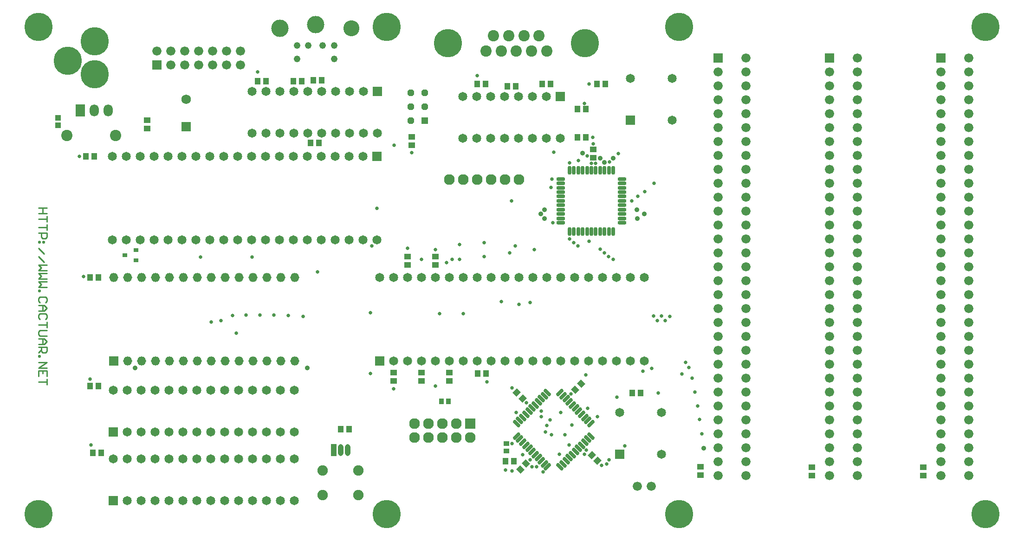
<source format=gts>
G04 Layer_Color=20142*
%FSAX23Y23*%
%MOIN*%
G70*
G01*
G75*
%ADD25C,0.010*%
%ADD63C,0.036*%
%ADD64R,0.041X0.045*%
%ADD65R,0.049X0.041*%
%ADD66O,0.028X0.063*%
%ADD67O,0.063X0.028*%
G04:AMPARAMS|DCode=68|XSize=28mil|YSize=63mil|CornerRadius=0mil|HoleSize=0mil|Usage=FLASHONLY|Rotation=225.000|XOffset=0mil|YOffset=0mil|HoleType=Round|Shape=Round|*
%AMOVALD68*
21,1,0.035,0.028,0.000,0.000,315.0*
1,1,0.028,-0.013,0.013*
1,1,0.028,0.013,-0.013*
%
%ADD68OVALD68*%

G04:AMPARAMS|DCode=69|XSize=28mil|YSize=63mil|CornerRadius=0mil|HoleSize=0mil|Usage=FLASHONLY|Rotation=315.000|XOffset=0mil|YOffset=0mil|HoleType=Round|Shape=Round|*
%AMOVALD69*
21,1,0.035,0.028,0.000,0.000,45.0*
1,1,0.028,-0.013,-0.013*
1,1,0.028,0.013,0.013*
%
%ADD69OVALD69*%

%ADD70R,0.045X0.041*%
G04:AMPARAMS|DCode=71|XSize=45mil|YSize=41mil|CornerRadius=0mil|HoleSize=0mil|Usage=FLASHONLY|Rotation=315.000|XOffset=0mil|YOffset=0mil|HoleType=Round|Shape=Rectangle|*
%AMROTATEDRECTD71*
4,1,4,-0.031,0.002,-0.002,0.031,0.031,-0.002,0.002,-0.031,-0.031,0.002,0.0*
%
%ADD71ROTATEDRECTD71*%

G04:AMPARAMS|DCode=72|XSize=45mil|YSize=41mil|CornerRadius=0mil|HoleSize=0mil|Usage=FLASHONLY|Rotation=45.000|XOffset=0mil|YOffset=0mil|HoleType=Round|Shape=Rectangle|*
%AMROTATEDRECTD72*
4,1,4,-0.002,-0.031,-0.031,-0.002,0.002,0.031,0.031,0.002,-0.002,-0.031,0.0*
%
%ADD72ROTATEDRECTD72*%

%ADD73R,0.041X0.049*%
%ADD74R,0.041X0.039*%
%ADD75R,0.043X0.037*%
%ADD76R,0.037X0.043*%
%ADD77R,0.034X0.030*%
%ADD78C,0.077*%
%ADD79R,0.069X0.069*%
%ADD80C,0.069*%
%ADD81O,0.065X0.065*%
%ADD82R,0.065X0.065*%
%ADD83R,0.065X0.065*%
%ADD84C,0.065*%
%ADD85C,0.203*%
%ADD86C,0.066*%
%ADD87R,0.066X0.066*%
%ADD88C,0.081*%
%ADD89R,0.077X0.077*%
%ADD90P,0.053X8X292.5*%
%ADD91R,0.049X0.049*%
%ADD92R,0.040X0.085*%
%ADD93O,0.040X0.085*%
%ADD94R,0.066X0.066*%
%ADD95R,0.066X0.086*%
%ADD96O,0.066X0.086*%
%ADD97C,0.115*%
%ADD98C,0.125*%
%ADD99C,0.125*%
%ADD100C,0.049*%
%ADD101C,0.075*%
%ADD102C,0.081*%
%ADD103C,0.026*%
D25*
X04060Y09000D02*
X04000D01*
X04030D01*
Y08960D01*
X04060D01*
X04000D01*
X04060Y08940D02*
Y08900D01*
Y08920D01*
X04000D01*
X04060Y08880D02*
Y08840D01*
Y08860D01*
X04000D01*
Y08820D02*
X04060D01*
Y08790D01*
X04050Y08780D01*
X04030D01*
X04020Y08790D01*
Y08820D01*
X04040Y08760D02*
Y08750D01*
X04030D01*
Y08760D01*
X04040D01*
X04010D02*
Y08750D01*
X04000D01*
Y08760D01*
X04010D01*
X04000Y08710D02*
X04040Y08670D01*
X04000Y08650D02*
X04040Y08610D01*
X04060Y08590D02*
X04000D01*
X04020Y08570D01*
X04000Y08550D01*
X04060D01*
Y08530D02*
X04000D01*
X04020Y08510D01*
X04000Y08490D01*
X04060D01*
Y08470D02*
X04000D01*
X04020Y08450D01*
X04000Y08430D01*
X04060D01*
X04000Y08410D02*
X04010D01*
Y08400D01*
X04000D01*
Y08410D01*
X04050Y08320D02*
X04060Y08330D01*
Y08350D01*
X04050Y08360D01*
X04010D01*
X04000Y08350D01*
Y08330D01*
X04010Y08320D01*
X04000Y08300D02*
X04040D01*
X04060Y08280D01*
X04040Y08260D01*
X04000D01*
X04030D01*
Y08300D01*
X04050Y08200D02*
X04060Y08210D01*
Y08230D01*
X04050Y08240D01*
X04010D01*
X04000Y08230D01*
Y08210D01*
X04010Y08200D01*
X04060Y08180D02*
Y08140D01*
Y08160D01*
X04000D01*
X04060Y08120D02*
X04010D01*
X04000Y08110D01*
Y08090D01*
X04010Y08080D01*
X04060D01*
X04000Y08060D02*
X04040D01*
X04060Y08040D01*
X04040Y08020D01*
X04000D01*
X04030D01*
Y08060D01*
X04000Y08000D02*
X04060D01*
Y07970D01*
X04050Y07960D01*
X04030D01*
X04020Y07970D01*
Y08000D01*
Y07980D02*
X04000Y07960D01*
Y07940D02*
X04010D01*
Y07930D01*
X04000D01*
Y07940D01*
Y07890D02*
X04060D01*
X04000Y07850D01*
X04060D01*
Y07790D02*
Y07830D01*
X04000D01*
Y07790D01*
X04030Y07830D02*
Y07810D01*
X04060Y07770D02*
Y07730D01*
Y07750D01*
X04000D01*
D63*
X07907Y09393D02*
D03*
X08299Y08924D02*
D03*
X08349Y08956D02*
D03*
X08298Y08987D02*
D03*
X08127Y09357D02*
D03*
X08064Y09326D02*
D03*
X08033Y09357D02*
D03*
X07632Y08924D02*
D03*
X07606Y08956D02*
D03*
X07633Y08987D02*
D03*
X08778Y07273D02*
D03*
X05930Y07850D02*
D03*
X04695D02*
D03*
D64*
X07210Y09890D02*
D03*
X07150D02*
D03*
X07677Y09889D02*
D03*
X07617D02*
D03*
X07930Y09710D02*
D03*
X07870D02*
D03*
X07427Y09871D02*
D03*
X07367D02*
D03*
X07870Y09505D02*
D03*
X07930D02*
D03*
X05955Y09465D02*
D03*
X06015D02*
D03*
X08070Y09890D02*
D03*
X08010D02*
D03*
X06035Y09915D02*
D03*
X05975D02*
D03*
X04390Y07240D02*
D03*
X04450D02*
D03*
X04370Y07720D02*
D03*
X04430D02*
D03*
X04370Y08500D02*
D03*
X04430D02*
D03*
X08325Y07670D02*
D03*
X08265D02*
D03*
X07215Y07810D02*
D03*
X07155D02*
D03*
X06230Y07410D02*
D03*
X06170D02*
D03*
X04340Y09370D02*
D03*
X04400D02*
D03*
D65*
X06850Y08650D02*
D03*
Y08590D02*
D03*
X06680Y09510D02*
D03*
Y09450D02*
D03*
X06550Y07755D02*
D03*
Y07815D02*
D03*
X06750Y07755D02*
D03*
Y07815D02*
D03*
X06950Y07755D02*
D03*
Y07815D02*
D03*
X06650Y08650D02*
D03*
Y08590D02*
D03*
D66*
X07813Y09270D02*
D03*
X07844D02*
D03*
X07876D02*
D03*
X07907D02*
D03*
X07939D02*
D03*
X07970D02*
D03*
X08001D02*
D03*
X08033D02*
D03*
X08064D02*
D03*
X08096D02*
D03*
X08127D02*
D03*
Y08830D02*
D03*
X08096D02*
D03*
X08064D02*
D03*
X08033D02*
D03*
X08001D02*
D03*
X07970D02*
D03*
X07939D02*
D03*
X07907D02*
D03*
X07876D02*
D03*
X07844D02*
D03*
X07813D02*
D03*
D67*
X08190Y09207D02*
D03*
Y09176D02*
D03*
Y09144D02*
D03*
Y09113D02*
D03*
Y09081D02*
D03*
Y09050D02*
D03*
Y09019D02*
D03*
Y08987D02*
D03*
Y08956D02*
D03*
Y08924D02*
D03*
Y08893D02*
D03*
X07750D02*
D03*
Y08924D02*
D03*
Y08956D02*
D03*
Y08987D02*
D03*
Y09019D02*
D03*
Y09050D02*
D03*
Y09081D02*
D03*
Y09113D02*
D03*
Y09144D02*
D03*
Y09176D02*
D03*
Y09207D02*
D03*
D68*
X07967Y07360D02*
D03*
X07945Y07338D02*
D03*
X07923Y07316D02*
D03*
X07900Y07294D02*
D03*
X07878Y07271D02*
D03*
X07856Y07249D02*
D03*
X07834Y07227D02*
D03*
X07811Y07205D02*
D03*
X07789Y07182D02*
D03*
X07767Y07160D02*
D03*
X07745Y07138D02*
D03*
X07433Y07450D02*
D03*
X07455Y07472D02*
D03*
X07477Y07494D02*
D03*
X07500Y07516D02*
D03*
X07522Y07539D02*
D03*
X07544Y07561D02*
D03*
X07566Y07583D02*
D03*
X07589Y07605D02*
D03*
X07611Y07628D02*
D03*
X07633Y07650D02*
D03*
X07655Y07672D02*
D03*
D69*
Y07138D02*
D03*
X07633Y07160D02*
D03*
X07611Y07182D02*
D03*
X07589Y07205D02*
D03*
X07566Y07227D02*
D03*
X07544Y07249D02*
D03*
X07522Y07271D02*
D03*
X07500Y07294D02*
D03*
X07477Y07316D02*
D03*
X07455Y07338D02*
D03*
X07433Y07360D02*
D03*
X07745Y07672D02*
D03*
X07767Y07650D02*
D03*
X07789Y07628D02*
D03*
X07811Y07605D02*
D03*
X07834Y07583D02*
D03*
X07856Y07561D02*
D03*
X07878Y07539D02*
D03*
X07900Y07516D02*
D03*
X07923Y07494D02*
D03*
X07945Y07472D02*
D03*
X07967Y07450D02*
D03*
D70*
X04780Y09570D02*
D03*
Y09630D02*
D03*
X10355Y07135D02*
D03*
Y07075D02*
D03*
X09555Y07135D02*
D03*
Y07075D02*
D03*
X08755Y07140D02*
D03*
Y07080D02*
D03*
X07985Y09360D02*
D03*
Y09420D02*
D03*
D71*
X07459Y07119D02*
D03*
X07501Y07161D02*
D03*
X07896Y07736D02*
D03*
X07854Y07694D02*
D03*
D72*
X08014Y07181D02*
D03*
X07972Y07223D02*
D03*
X07434Y07671D02*
D03*
X07476Y07629D02*
D03*
D73*
X07355Y07180D02*
D03*
X07415D02*
D03*
X05890Y09910D02*
D03*
X05830D02*
D03*
X05575D02*
D03*
X05635D02*
D03*
D74*
X04140Y09594D02*
D03*
Y09646D02*
D03*
D75*
X07360Y07253D02*
D03*
Y07307D02*
D03*
D76*
X06945Y07610D02*
D03*
X06895D02*
D03*
D77*
X04699Y08697D02*
D03*
Y08623D02*
D03*
X04621Y08660D02*
D03*
D78*
X06950Y09203D02*
D03*
X07050D02*
D03*
X07150D02*
D03*
X07250D02*
D03*
X07350D02*
D03*
X07450D02*
D03*
X07100Y07350D02*
D03*
X07000Y07450D02*
D03*
Y07350D02*
D03*
X06900Y07450D02*
D03*
Y07350D02*
D03*
X06800Y07450D02*
D03*
Y07350D02*
D03*
X06700Y07450D02*
D03*
Y07350D02*
D03*
D79*
X05060Y09582D02*
D03*
D80*
Y09778D02*
D03*
D81*
X05841Y08500D02*
D03*
X05741D02*
D03*
X05641D02*
D03*
X05541D02*
D03*
X05441D02*
D03*
X05341D02*
D03*
X05241D02*
D03*
X05141D02*
D03*
X05041D02*
D03*
X04941D02*
D03*
X04841D02*
D03*
X04741D02*
D03*
X04641D02*
D03*
X04541D02*
D03*
X05841Y07900D02*
D03*
X05741D02*
D03*
X05641D02*
D03*
X05541D02*
D03*
X05441D02*
D03*
X05341D02*
D03*
X05241D02*
D03*
X05141D02*
D03*
X05041D02*
D03*
X04941D02*
D03*
X04841D02*
D03*
X04741D02*
D03*
X04641D02*
D03*
D82*
X04541D02*
D03*
D83*
X06450Y07900D02*
D03*
X07747Y09799D02*
D03*
X04537Y06897D02*
D03*
Y07389D02*
D03*
X06434Y09836D02*
D03*
X08175Y07230D02*
D03*
X08250Y09630D02*
D03*
X06430Y09370D02*
D03*
D84*
X06550Y07900D02*
D03*
X06650D02*
D03*
X06750D02*
D03*
X06850D02*
D03*
X06950D02*
D03*
X07050D02*
D03*
X07150D02*
D03*
X07250D02*
D03*
X07350D02*
D03*
X07450D02*
D03*
X07550D02*
D03*
X07650D02*
D03*
X07750D02*
D03*
X07850D02*
D03*
X07950D02*
D03*
X08050D02*
D03*
X08150D02*
D03*
X08250D02*
D03*
X08350D02*
D03*
X06450Y08500D02*
D03*
X06550D02*
D03*
X06650D02*
D03*
X06750D02*
D03*
X06850D02*
D03*
X06950D02*
D03*
X07050D02*
D03*
X07150D02*
D03*
X07250D02*
D03*
X07350D02*
D03*
X07450D02*
D03*
X07550D02*
D03*
X07650D02*
D03*
X07750D02*
D03*
X07850D02*
D03*
X07950D02*
D03*
X08050D02*
D03*
X08150D02*
D03*
X08250D02*
D03*
X08350D02*
D03*
X07047Y09499D02*
D03*
X07147D02*
D03*
X07247D02*
D03*
X07347D02*
D03*
X07447D02*
D03*
X07547D02*
D03*
X07647D02*
D03*
X07747D02*
D03*
X07047Y09799D02*
D03*
X07147D02*
D03*
X07247D02*
D03*
X07347D02*
D03*
X07447D02*
D03*
X07547D02*
D03*
X07647D02*
D03*
X05837Y07197D02*
D03*
X05737D02*
D03*
X05637D02*
D03*
X05537D02*
D03*
X05437D02*
D03*
X05337D02*
D03*
X05237D02*
D03*
X05137D02*
D03*
X05037D02*
D03*
X04937D02*
D03*
X04837D02*
D03*
X04737D02*
D03*
X04637D02*
D03*
X04537D02*
D03*
X05837Y06897D02*
D03*
X05737D02*
D03*
X05637D02*
D03*
X05537D02*
D03*
X05437D02*
D03*
X05337D02*
D03*
X05237D02*
D03*
X05137D02*
D03*
X05037D02*
D03*
X04937D02*
D03*
X04837D02*
D03*
X04737D02*
D03*
X04637D02*
D03*
X05837Y07689D02*
D03*
X05737D02*
D03*
X05637D02*
D03*
X05537D02*
D03*
X05437D02*
D03*
X05337D02*
D03*
X05237D02*
D03*
X05137D02*
D03*
X05037D02*
D03*
X04937D02*
D03*
X04837D02*
D03*
X04737D02*
D03*
X04637D02*
D03*
X04537D02*
D03*
X05837Y07389D02*
D03*
X05737D02*
D03*
X05637D02*
D03*
X05537D02*
D03*
X05437D02*
D03*
X05337D02*
D03*
X05237D02*
D03*
X05137D02*
D03*
X05037D02*
D03*
X04937D02*
D03*
X04837D02*
D03*
X04737D02*
D03*
X04637D02*
D03*
X05534Y09536D02*
D03*
X05634D02*
D03*
X05734D02*
D03*
X05834D02*
D03*
X05934D02*
D03*
X06034D02*
D03*
X06134D02*
D03*
X06234D02*
D03*
X06334D02*
D03*
X06434D02*
D03*
X05534Y09836D02*
D03*
X05634D02*
D03*
X05734D02*
D03*
X05834D02*
D03*
X05934D02*
D03*
X06034D02*
D03*
X06134D02*
D03*
X06234D02*
D03*
X06334D02*
D03*
X08475Y07530D02*
D03*
X08175D02*
D03*
X08475Y07230D02*
D03*
X08550Y09630D02*
D03*
X08250Y09930D02*
D03*
X08550D02*
D03*
X04530Y08770D02*
D03*
X04630D02*
D03*
X04730D02*
D03*
X04830D02*
D03*
X04930D02*
D03*
X05030D02*
D03*
X05130D02*
D03*
X05230D02*
D03*
X05330D02*
D03*
X05430D02*
D03*
X05530D02*
D03*
X05630D02*
D03*
X05730D02*
D03*
X05830D02*
D03*
X05930D02*
D03*
X06030D02*
D03*
X06130D02*
D03*
X06230D02*
D03*
X06330D02*
D03*
X06430D02*
D03*
X04530Y09370D02*
D03*
X04630D02*
D03*
X04730D02*
D03*
X04830D02*
D03*
X04930D02*
D03*
X05030D02*
D03*
X05130D02*
D03*
X05230D02*
D03*
X05330D02*
D03*
X05430D02*
D03*
X05530D02*
D03*
X05630D02*
D03*
X05730D02*
D03*
X05830D02*
D03*
X05930D02*
D03*
X06030D02*
D03*
X06130D02*
D03*
X06230D02*
D03*
X06330D02*
D03*
D85*
X04403Y09959D02*
D03*
X04211Y10057D02*
D03*
X04404Y10196D02*
D03*
X06939Y10181D02*
D03*
X07923D02*
D03*
X04000Y10300D02*
D03*
Y06800D02*
D03*
X10800Y06800D02*
D03*
X08600Y10300D02*
D03*
Y06800D02*
D03*
X06500Y10300D02*
D03*
Y06800D02*
D03*
X10800Y10300D02*
D03*
D86*
X05450Y10125D02*
D03*
Y10025D02*
D03*
X05350Y10125D02*
D03*
Y10025D02*
D03*
X05250Y10125D02*
D03*
Y10025D02*
D03*
X05150Y10125D02*
D03*
Y10025D02*
D03*
X05050Y10125D02*
D03*
Y10025D02*
D03*
X04950Y10125D02*
D03*
Y10025D02*
D03*
X04850Y10125D02*
D03*
X08400Y07000D02*
D03*
X09080Y07075D02*
D03*
X08880D02*
D03*
X09080Y07175D02*
D03*
X08880D02*
D03*
X09080Y07275D02*
D03*
Y07375D02*
D03*
Y07475D02*
D03*
Y07575D02*
D03*
Y07675D02*
D03*
Y07775D02*
D03*
Y07875D02*
D03*
Y07975D02*
D03*
Y08075D02*
D03*
Y08175D02*
D03*
Y08275D02*
D03*
Y08375D02*
D03*
Y08475D02*
D03*
Y08575D02*
D03*
Y08675D02*
D03*
Y08775D02*
D03*
Y08875D02*
D03*
Y08975D02*
D03*
Y09075D02*
D03*
Y09175D02*
D03*
Y09275D02*
D03*
Y09375D02*
D03*
Y09475D02*
D03*
Y09575D02*
D03*
Y09675D02*
D03*
Y09775D02*
D03*
Y09875D02*
D03*
Y09975D02*
D03*
Y10075D02*
D03*
X08880Y08575D02*
D03*
Y08475D02*
D03*
Y08375D02*
D03*
Y08275D02*
D03*
Y08175D02*
D03*
Y08075D02*
D03*
Y07975D02*
D03*
Y07875D02*
D03*
Y07775D02*
D03*
Y07675D02*
D03*
Y07575D02*
D03*
Y07475D02*
D03*
Y07375D02*
D03*
Y07275D02*
D03*
Y08675D02*
D03*
Y08775D02*
D03*
Y08875D02*
D03*
Y08975D02*
D03*
Y09075D02*
D03*
Y09175D02*
D03*
Y09275D02*
D03*
Y09375D02*
D03*
Y09475D02*
D03*
Y09575D02*
D03*
Y09675D02*
D03*
Y09775D02*
D03*
Y09875D02*
D03*
Y09975D02*
D03*
X09880Y07075D02*
D03*
X09680D02*
D03*
X09880Y07175D02*
D03*
X09680D02*
D03*
X09880Y07275D02*
D03*
X09680D02*
D03*
X09880Y07375D02*
D03*
X09680D02*
D03*
X09880Y07475D02*
D03*
X09680D02*
D03*
X09880Y07575D02*
D03*
X09680D02*
D03*
X09880Y07675D02*
D03*
X09680D02*
D03*
X09880Y07775D02*
D03*
X09680D02*
D03*
X09880Y07875D02*
D03*
X09680D02*
D03*
X09880Y07975D02*
D03*
X09680D02*
D03*
X09880Y08075D02*
D03*
X09680D02*
D03*
X09880Y08175D02*
D03*
X09680D02*
D03*
X09880Y08275D02*
D03*
X09680D02*
D03*
X09880Y08375D02*
D03*
X09680D02*
D03*
X09880Y08475D02*
D03*
X09680D02*
D03*
X09880Y08575D02*
D03*
X09680D02*
D03*
X09880Y08675D02*
D03*
X09680D02*
D03*
X09880Y08775D02*
D03*
X09680D02*
D03*
X09880Y08875D02*
D03*
X09680D02*
D03*
X09880Y08975D02*
D03*
X09680D02*
D03*
X09880Y09075D02*
D03*
X09680D02*
D03*
X09880Y09175D02*
D03*
X09680D02*
D03*
X09880Y09275D02*
D03*
X09680D02*
D03*
X09880Y09375D02*
D03*
X09680D02*
D03*
X09880Y09475D02*
D03*
X09680D02*
D03*
X09880Y09575D02*
D03*
X09680D02*
D03*
X09880Y09675D02*
D03*
X09680D02*
D03*
X09880Y09775D02*
D03*
X09680D02*
D03*
X09880Y09875D02*
D03*
X09680D02*
D03*
X09880Y09975D02*
D03*
X09680D02*
D03*
X09880Y10075D02*
D03*
X10680Y07075D02*
D03*
X10480D02*
D03*
X10680Y07175D02*
D03*
X10480D02*
D03*
X10680Y07275D02*
D03*
X10480D02*
D03*
X10680Y07375D02*
D03*
X10480D02*
D03*
X10680Y07475D02*
D03*
X10480D02*
D03*
X10680Y07575D02*
D03*
X10480D02*
D03*
X10680Y07675D02*
D03*
X10480D02*
D03*
X10680Y07775D02*
D03*
X10480D02*
D03*
X10680Y07875D02*
D03*
X10480D02*
D03*
X10680Y07975D02*
D03*
X10480D02*
D03*
X10680Y08075D02*
D03*
X10480D02*
D03*
X10680Y08175D02*
D03*
X10480D02*
D03*
X10680Y08275D02*
D03*
X10480D02*
D03*
X10680Y08375D02*
D03*
X10480D02*
D03*
X10680Y08475D02*
D03*
X10480D02*
D03*
X10680Y08575D02*
D03*
X10480D02*
D03*
X10680Y08675D02*
D03*
X10480D02*
D03*
X10680Y08775D02*
D03*
X10480D02*
D03*
X10680Y08875D02*
D03*
X10480D02*
D03*
X10680Y08975D02*
D03*
X10480D02*
D03*
X10680Y09075D02*
D03*
X10480D02*
D03*
X10680Y09175D02*
D03*
X10480D02*
D03*
X10680Y09275D02*
D03*
X10480D02*
D03*
X10680Y09375D02*
D03*
X10480D02*
D03*
X10680Y09475D02*
D03*
X10480D02*
D03*
X10680Y09575D02*
D03*
X10480D02*
D03*
X10680Y09675D02*
D03*
X10480D02*
D03*
X10680Y09775D02*
D03*
X10480D02*
D03*
X10680Y09875D02*
D03*
X10480D02*
D03*
X10680Y09975D02*
D03*
X10480D02*
D03*
X10680Y10075D02*
D03*
X08300Y07000D02*
D03*
D87*
X04850Y10025D02*
D03*
D88*
X07212Y10125D02*
D03*
X07267Y10237D02*
D03*
X07322Y10125D02*
D03*
X07376Y10237D02*
D03*
X07431Y10125D02*
D03*
X07486Y10237D02*
D03*
X07541Y10125D02*
D03*
X07595Y10237D02*
D03*
X07650Y10125D02*
D03*
D89*
X07100Y07450D02*
D03*
D90*
X06675Y09825D02*
D03*
X06775D02*
D03*
X06675Y09725D02*
D03*
X06775D02*
D03*
X06675Y09625D02*
D03*
D91*
X06775D02*
D03*
D92*
X06120Y07260D02*
D03*
D93*
X06170D02*
D03*
X06220D02*
D03*
D94*
X08880Y10075D02*
D03*
X09680D02*
D03*
X10480D02*
D03*
D95*
X04300Y09700D02*
D03*
D96*
X04400D02*
D03*
X04500D02*
D03*
D97*
X06247Y10289D02*
D03*
D98*
X05990Y10315D02*
D03*
D99*
X05733Y10289D02*
D03*
D100*
X06124Y10069D02*
D03*
Y10167D02*
D03*
X06041D02*
D03*
X05938D02*
D03*
X05856D02*
D03*
Y10069D02*
D03*
D101*
X06040Y06935D02*
D03*
X06296D02*
D03*
Y07112D02*
D03*
X06040D02*
D03*
D102*
X04205Y09520D02*
D03*
X04555D02*
D03*
D103*
X07397Y09050D02*
D03*
X08450Y07670D02*
D03*
X08100Y09330D02*
D03*
X07700Y09400D02*
D03*
X07150Y09950D02*
D03*
X07022Y08628D02*
D03*
X08127D02*
D03*
X07200Y08650D02*
D03*
X08095D02*
D03*
X07385Y08675D02*
D03*
X08065D02*
D03*
X07560Y08700D02*
D03*
X08033Y08702D02*
D03*
X07425Y08725D02*
D03*
X07875D02*
D03*
X07200Y08750D02*
D03*
X07845D02*
D03*
X07025Y08735D02*
D03*
X07813Y08777D02*
D03*
X07400Y07307D02*
D03*
X06750Y08630D02*
D03*
X06970D02*
D03*
X06930Y08605D02*
D03*
X07355Y07115D02*
D03*
X04370Y07770D02*
D03*
X07476Y07226D02*
D03*
X07622Y07104D02*
D03*
X07576Y07138D02*
D03*
X07543Y07140D02*
D03*
X08764Y07376D02*
D03*
X08748Y07478D02*
D03*
X08732Y07577D02*
D03*
X08715Y07675D02*
D03*
X07530Y08320D02*
D03*
X08695Y07775D02*
D03*
X07451Y08307D02*
D03*
X08670Y07851D02*
D03*
X07323Y08327D02*
D03*
X08647Y07889D02*
D03*
X08620Y07805D02*
D03*
X08340Y07825D02*
D03*
X07530Y07190D02*
D03*
X07825Y07664D02*
D03*
X07740Y07230D02*
D03*
X07505Y07600D02*
D03*
X06850Y07720D02*
D03*
X06550Y07700D02*
D03*
X06650Y08710D02*
D03*
X08155Y07640D02*
D03*
X07400Y07110D02*
D03*
X07650Y07435D02*
D03*
X05240Y08180D02*
D03*
X05310Y08190D02*
D03*
X05420Y08100D02*
D03*
X07675Y07475D02*
D03*
X07640Y07390D02*
D03*
X07685Y07370D02*
D03*
X05795Y08225D02*
D03*
X05690Y08230D02*
D03*
X05590D02*
D03*
X05490D02*
D03*
X05395Y08225D02*
D03*
X07220Y07750D02*
D03*
X07400Y07705D02*
D03*
X07610Y07540D02*
D03*
X07944Y07560D02*
D03*
X07930Y07800D02*
D03*
X04377Y07297D02*
D03*
X06555Y09450D02*
D03*
X06385Y08245D02*
D03*
Y07810D02*
D03*
X07810Y07295D02*
D03*
X08015Y07500D02*
D03*
X07750Y07530D02*
D03*
X06850Y08700D02*
D03*
X05575Y09975D02*
D03*
X08474Y08222D02*
D03*
X08416D02*
D03*
X05900Y08220D02*
D03*
X08535D02*
D03*
X08445Y08190D02*
D03*
X08405Y07845D02*
D03*
X08096Y07189D02*
D03*
X08045Y07150D02*
D03*
X08080Y07159D02*
D03*
X07935Y07260D02*
D03*
X07920Y07230D02*
D03*
X08210Y07290D02*
D03*
X06880Y08240D02*
D03*
X07050D02*
D03*
X07430Y07530D02*
D03*
X07780Y07370D02*
D03*
X07830Y07440D02*
D03*
X07610Y07500D02*
D03*
X08501Y08190D02*
D03*
X07970Y09320D02*
D03*
X08001D02*
D03*
X07955Y09890D02*
D03*
X07920Y09750D02*
D03*
X07980Y09505D02*
D03*
X07985Y09460D02*
D03*
X07955Y08760D02*
D03*
X07692Y08893D02*
D03*
X07680Y09145D02*
D03*
X07687Y09207D02*
D03*
X07813Y09323D02*
D03*
X07876Y09339D02*
D03*
X07939Y09371D02*
D03*
X08355Y09115D02*
D03*
X08260Y09050D02*
D03*
X08305Y09083D02*
D03*
X08420Y09175D02*
D03*
X08165Y09390D02*
D03*
X06395Y08725D02*
D03*
X06680Y09395D02*
D03*
X05535Y08645D02*
D03*
X05165D02*
D03*
X06005Y08540D02*
D03*
X06430Y08995D02*
D03*
X04325Y08505D02*
D03*
X04295Y09370D02*
D03*
M02*

</source>
